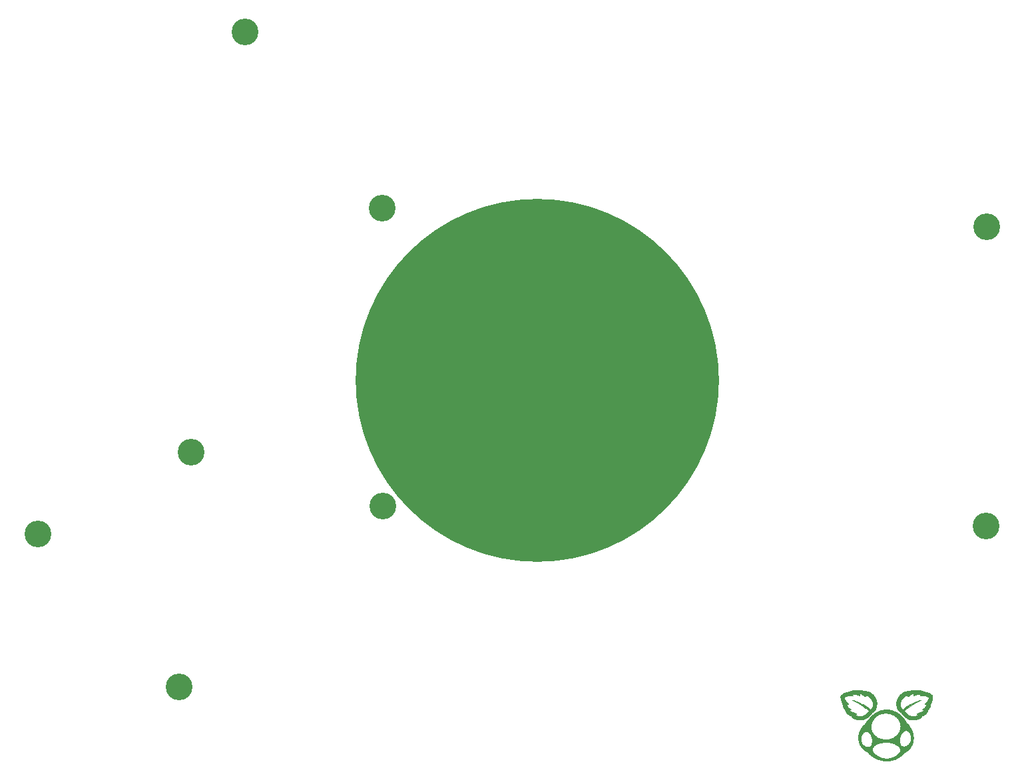
<source format=gbr>
%TF.GenerationSoftware,KiCad,Pcbnew,7.0.5-0*%
%TF.CreationDate,2024-02-11T16:35:11-08:00*%
%TF.ProjectId,Sofle_Pico_Bottom_Plate,536f666c-655f-4506-9963-6f5f426f7474,3.5.5*%
%TF.SameCoordinates,Original*%
%TF.FileFunction,Soldermask,Top*%
%TF.FilePolarity,Negative*%
%FSLAX46Y46*%
G04 Gerber Fmt 4.6, Leading zero omitted, Abs format (unit mm)*
G04 Created by KiCad (PCBNEW 7.0.5-0) date 2024-02-11 16:35:11*
%MOMM*%
%LPD*%
G01*
G04 APERTURE LIST*
%ADD10C,0.022619*%
%ADD11C,3.400000*%
%ADD12C,46.200000*%
G04 APERTURE END LIST*
%TO.C,REF\u002A\u002A*%
D10*
X188157952Y-127363632D02*
X188197722Y-127365223D01*
X188237587Y-127367758D01*
X188277502Y-127371252D01*
X188317417Y-127375721D01*
X188357287Y-127381180D01*
X188397063Y-127387646D01*
X188436698Y-127395133D01*
X188476146Y-127403659D01*
X188515359Y-127413238D01*
X188554289Y-127423886D01*
X188592889Y-127435619D01*
X188631113Y-127448453D01*
X188668912Y-127462403D01*
X188706240Y-127477486D01*
X188787192Y-127474029D01*
X188868850Y-127476362D01*
X188950925Y-127484356D01*
X189033127Y-127497884D01*
X189115166Y-127516816D01*
X189196750Y-127541024D01*
X189277591Y-127570379D01*
X189357398Y-127604753D01*
X189435881Y-127644017D01*
X189512749Y-127688042D01*
X189587713Y-127736700D01*
X189660483Y-127789863D01*
X189730767Y-127847401D01*
X189798277Y-127909187D01*
X189862721Y-127975091D01*
X189923810Y-128044985D01*
X189981254Y-128118741D01*
X190034762Y-128196229D01*
X190084045Y-128277321D01*
X190128811Y-128361889D01*
X190168772Y-128449804D01*
X190203636Y-128540938D01*
X190233114Y-128635161D01*
X190256915Y-128732346D01*
X190274750Y-128832364D01*
X190286328Y-128935085D01*
X190291358Y-129040382D01*
X190289552Y-129148126D01*
X190280618Y-129258188D01*
X190264267Y-129370440D01*
X190240208Y-129484754D01*
X190208151Y-129601000D01*
X190190078Y-129646749D01*
X190169813Y-129691461D01*
X190147442Y-129735087D01*
X190123048Y-129777577D01*
X190096715Y-129818883D01*
X190068529Y-129858955D01*
X190038572Y-129897745D01*
X190006929Y-129935203D01*
X189973685Y-129971281D01*
X189938924Y-130005930D01*
X189902730Y-130039101D01*
X189865186Y-130070744D01*
X189826378Y-130100812D01*
X189786389Y-130129254D01*
X189745304Y-130156022D01*
X189703208Y-130181067D01*
X189654371Y-130255262D01*
X189604537Y-130326657D01*
X189553454Y-130395327D01*
X189500866Y-130461345D01*
X189446519Y-130524785D01*
X189390159Y-130585722D01*
X189331532Y-130644230D01*
X189270383Y-130700383D01*
X189206460Y-130754255D01*
X189139506Y-130805920D01*
X189069268Y-130855452D01*
X188995493Y-130902925D01*
X188917925Y-130948414D01*
X188836310Y-130991992D01*
X188750395Y-131033734D01*
X188659925Y-131073713D01*
X188582109Y-131094360D01*
X188492209Y-131110854D01*
X188392198Y-131122720D01*
X188284047Y-131129487D01*
X188169729Y-131130681D01*
X188051213Y-131125828D01*
X187930474Y-131114457D01*
X187809482Y-131096095D01*
X187690209Y-131070267D01*
X187574627Y-131036502D01*
X187518836Y-131016494D01*
X187464708Y-130994325D01*
X187412488Y-130969936D01*
X187362423Y-130943266D01*
X187314760Y-130914256D01*
X187269745Y-130882849D01*
X187227624Y-130848984D01*
X187188645Y-130812603D01*
X187153053Y-130773645D01*
X187121095Y-130732054D01*
X187093017Y-130687768D01*
X187069066Y-130640729D01*
X186993936Y-130612424D01*
X186947783Y-130593510D01*
X186897110Y-130570717D01*
X186842821Y-130543517D01*
X186785820Y-130511379D01*
X186727011Y-130473777D01*
X186667297Y-130430180D01*
X186607583Y-130380059D01*
X186548772Y-130322887D01*
X186519988Y-130291491D01*
X186491769Y-130258134D01*
X186464227Y-130222750D01*
X186437477Y-130185272D01*
X186411630Y-130145634D01*
X186386800Y-130103771D01*
X186363099Y-130059616D01*
X186340641Y-130013103D01*
X186319539Y-129964166D01*
X186299906Y-129912739D01*
X186281855Y-129858756D01*
X186265498Y-129802150D01*
X186228529Y-129766698D01*
X186193785Y-129728232D01*
X186161296Y-129687061D01*
X186131092Y-129643498D01*
X186103203Y-129597852D01*
X186077659Y-129550433D01*
X186054489Y-129501553D01*
X186033724Y-129451521D01*
X186015394Y-129400649D01*
X185999528Y-129349247D01*
X185986157Y-129297625D01*
X185975310Y-129246095D01*
X185967017Y-129194966D01*
X185961309Y-129144548D01*
X185958215Y-129095154D01*
X185957765Y-129047093D01*
X185937818Y-129019142D01*
X185918940Y-128989873D01*
X185901085Y-128959422D01*
X185884208Y-128927925D01*
X185868264Y-128895518D01*
X185853208Y-128862339D01*
X185838994Y-128828524D01*
X185825577Y-128794208D01*
X185800953Y-128724623D01*
X185778973Y-128654675D01*
X185759276Y-128585455D01*
X185741499Y-128518055D01*
X185733037Y-128479155D01*
X185725147Y-128440038D01*
X185718081Y-128400731D01*
X185712093Y-128361256D01*
X185707434Y-128321640D01*
X185705683Y-128301786D01*
X185704359Y-128281905D01*
X185703494Y-128262002D01*
X185703244Y-128248692D01*
X186167183Y-128248692D01*
X186172520Y-128310386D01*
X186182088Y-128369287D01*
X186195489Y-128425455D01*
X186212325Y-128478950D01*
X186232197Y-128529832D01*
X186254707Y-128578161D01*
X186279455Y-128623998D01*
X186306045Y-128667401D01*
X186334076Y-128708432D01*
X186363150Y-128747150D01*
X186422836Y-128817888D01*
X186481913Y-128880096D01*
X186537194Y-128934253D01*
X186585490Y-128980840D01*
X186623614Y-129020337D01*
X186637864Y-129037577D01*
X186648376Y-129053225D01*
X186654751Y-129067340D01*
X186656589Y-129079983D01*
X186653494Y-129091214D01*
X186645065Y-129101093D01*
X186630906Y-129109679D01*
X186610616Y-129117034D01*
X186583798Y-129123216D01*
X186550053Y-129128286D01*
X186460189Y-129135330D01*
X186468409Y-129189351D01*
X186481589Y-129240777D01*
X186499241Y-129289663D01*
X186520884Y-129336061D01*
X186546030Y-129380024D01*
X186574196Y-129421605D01*
X186604898Y-129460857D01*
X186637651Y-129497834D01*
X186671969Y-129532588D01*
X186707369Y-129565172D01*
X186779474Y-129624042D01*
X186850090Y-129674869D01*
X186915339Y-129718077D01*
X187014230Y-129783331D01*
X187029541Y-129795545D01*
X187040118Y-129806225D01*
X187045476Y-129815425D01*
X187045131Y-129823196D01*
X187038598Y-129829593D01*
X187025393Y-129834668D01*
X187005031Y-129838474D01*
X186977027Y-129841064D01*
X186896156Y-129842808D01*
X186778903Y-129840326D01*
X186798771Y-129878452D01*
X186823994Y-129914403D01*
X186854048Y-129948282D01*
X186888412Y-129980191D01*
X186926563Y-130010234D01*
X186967979Y-130038514D01*
X187012137Y-130065132D01*
X187058515Y-130090193D01*
X187155840Y-130136051D01*
X187255777Y-130176910D01*
X187446766Y-130246922D01*
X187529459Y-130277720D01*
X187598047Y-130306809D01*
X187625745Y-130320969D01*
X187648350Y-130335011D01*
X187665338Y-130349037D01*
X187676188Y-130363150D01*
X187680377Y-130377452D01*
X187677382Y-130392047D01*
X187666682Y-130407037D01*
X187647754Y-130422525D01*
X187620075Y-130438614D01*
X187583124Y-130455406D01*
X187536377Y-130473005D01*
X187479312Y-130491513D01*
X187566688Y-130537265D01*
X187660633Y-130579498D01*
X187760455Y-130616760D01*
X187865457Y-130647599D01*
X187974943Y-130670562D01*
X188088219Y-130684196D01*
X188146061Y-130687061D01*
X188204590Y-130687048D01*
X188263718Y-130683978D01*
X188323359Y-130677667D01*
X188383425Y-130667934D01*
X188443831Y-130654598D01*
X188504489Y-130637477D01*
X188565312Y-130616390D01*
X188626213Y-130591155D01*
X188687105Y-130561590D01*
X188747902Y-130527514D01*
X188808516Y-130488745D01*
X188868860Y-130445101D01*
X188928848Y-130396402D01*
X188988393Y-130342465D01*
X189047408Y-130283109D01*
X189105805Y-130218152D01*
X189163498Y-130147413D01*
X189220401Y-130070710D01*
X189276425Y-129987862D01*
X189208127Y-129915432D01*
X189132847Y-129841451D01*
X189050337Y-129765853D01*
X188960349Y-129688571D01*
X188862635Y-129609540D01*
X188756945Y-129528693D01*
X188520645Y-129361286D01*
X188249460Y-129185820D01*
X187941403Y-129001767D01*
X187594486Y-128808595D01*
X187206719Y-128605776D01*
X187364774Y-128659917D01*
X187520801Y-128716356D01*
X187674734Y-128775168D01*
X187826508Y-128836425D01*
X187976055Y-128900200D01*
X188123309Y-128966567D01*
X188268205Y-129035597D01*
X188410675Y-129107363D01*
X188550653Y-129181940D01*
X188688074Y-129259399D01*
X188822870Y-129339815D01*
X188954975Y-129423258D01*
X189084323Y-129509804D01*
X189210847Y-129599524D01*
X189334482Y-129692491D01*
X189455161Y-129788779D01*
X189519969Y-129750880D01*
X189578138Y-129708531D01*
X189629798Y-129662057D01*
X189675080Y-129611787D01*
X189714116Y-129558048D01*
X189747038Y-129501165D01*
X189773977Y-129441467D01*
X189795064Y-129379281D01*
X189810431Y-129314932D01*
X189820209Y-129248750D01*
X189824529Y-129181059D01*
X189823524Y-129112189D01*
X189817324Y-129042464D01*
X189806061Y-128972214D01*
X189789867Y-128901764D01*
X189768872Y-128831441D01*
X189743208Y-128761574D01*
X189713007Y-128692488D01*
X189678400Y-128624510D01*
X189639518Y-128557969D01*
X189596494Y-128493190D01*
X189549457Y-128430502D01*
X189498541Y-128370230D01*
X189443875Y-128312702D01*
X189385593Y-128258245D01*
X189323824Y-128207186D01*
X189258700Y-128159852D01*
X189190354Y-128116570D01*
X189118916Y-128077667D01*
X189044518Y-128043470D01*
X188967290Y-128014307D01*
X188887366Y-127990504D01*
X188891398Y-128034194D01*
X188892757Y-128071016D01*
X188891531Y-128101332D01*
X188887810Y-128125506D01*
X188881682Y-128143901D01*
X188873235Y-128156879D01*
X188862560Y-128164804D01*
X188849744Y-128168039D01*
X188834877Y-128166947D01*
X188818048Y-128161892D01*
X188799344Y-128153236D01*
X188778856Y-128141342D01*
X188732881Y-128109296D01*
X188680834Y-128068657D01*
X188561364Y-127973222D01*
X188495364Y-127924237D01*
X188426135Y-127878279D01*
X188390531Y-127857344D01*
X188354387Y-127838255D01*
X188317791Y-127821375D01*
X188280833Y-127807068D01*
X188243600Y-127795697D01*
X188206182Y-127787624D01*
X188168668Y-127783214D01*
X188131146Y-127782829D01*
X188121148Y-127783454D01*
X188111154Y-127784400D01*
X188101168Y-127785675D01*
X188091190Y-127787282D01*
X188081226Y-127789230D01*
X188071276Y-127791523D01*
X188061345Y-127794167D01*
X188051435Y-127797169D01*
X188086022Y-127881665D01*
X188096238Y-127914812D01*
X188101970Y-127942363D01*
X188103397Y-127964674D01*
X188100694Y-127982099D01*
X188094040Y-127994993D01*
X188083610Y-128003709D01*
X188069582Y-128008603D01*
X188052132Y-128010028D01*
X188031438Y-128008341D01*
X188007676Y-128003894D01*
X187951658Y-127988140D01*
X187885493Y-127965604D01*
X187728384Y-127911530D01*
X187640270Y-127885662D01*
X187547671Y-127864357D01*
X187500131Y-127856300D01*
X187452001Y-127850448D01*
X187403458Y-127847154D01*
X187354677Y-127846773D01*
X187305837Y-127849659D01*
X187257114Y-127856167D01*
X187208685Y-127866651D01*
X187160727Y-127881466D01*
X187223258Y-127953110D01*
X187260898Y-128004471D01*
X187270938Y-128023469D01*
X187275420Y-128038505D01*
X187274566Y-128049947D01*
X187268598Y-128058165D01*
X187257736Y-128063530D01*
X187242203Y-128066409D01*
X187198009Y-128066189D01*
X187063317Y-128052184D01*
X186976365Y-128044309D01*
X186878705Y-128039791D01*
X186772111Y-128041586D01*
X186658356Y-128052650D01*
X186599347Y-128062581D01*
X186539213Y-128075938D01*
X186478175Y-128093089D01*
X186416454Y-128114404D01*
X186354273Y-128140252D01*
X186291853Y-128171003D01*
X186229416Y-128207027D01*
X186167183Y-128248692D01*
X185703244Y-128248692D01*
X185703119Y-128242078D01*
X185703267Y-128222138D01*
X185703969Y-128202183D01*
X185705092Y-128181879D01*
X185707283Y-128161690D01*
X185710523Y-128141661D01*
X185714792Y-128121840D01*
X185720070Y-128102275D01*
X185726339Y-128083012D01*
X185733577Y-128064099D01*
X185741767Y-128045582D01*
X185750887Y-128027509D01*
X185760920Y-128009927D01*
X185771844Y-127992883D01*
X185783642Y-127976424D01*
X185796292Y-127960597D01*
X185809776Y-127945450D01*
X185824074Y-127931029D01*
X185839167Y-127917381D01*
X185882393Y-127883761D01*
X185926848Y-127851854D01*
X185972461Y-127821667D01*
X186019160Y-127793205D01*
X186066875Y-127766476D01*
X186115533Y-127741485D01*
X186165064Y-127718239D01*
X186215396Y-127696745D01*
X186266458Y-127677008D01*
X186318179Y-127659034D01*
X186370487Y-127642831D01*
X186423311Y-127628405D01*
X186476580Y-127615761D01*
X186530223Y-127604907D01*
X186584167Y-127595847D01*
X186638343Y-127588590D01*
X186659976Y-127574746D01*
X186682055Y-127562139D01*
X186704562Y-127550632D01*
X186727477Y-127540087D01*
X186750781Y-127530365D01*
X186774453Y-127521329D01*
X186822825Y-127504759D01*
X186923132Y-127473769D01*
X186974753Y-127457138D01*
X187000862Y-127448055D01*
X187027144Y-127438276D01*
X187065704Y-127426824D01*
X187106040Y-127416543D01*
X187147904Y-127407459D01*
X187191051Y-127399595D01*
X187235235Y-127392973D01*
X187280210Y-127387618D01*
X187325728Y-127383553D01*
X187371546Y-127380801D01*
X187417415Y-127379386D01*
X187463090Y-127379331D01*
X187508325Y-127380660D01*
X187552874Y-127383397D01*
X187596491Y-127387564D01*
X187638929Y-127393186D01*
X187679942Y-127400285D01*
X187719285Y-127408885D01*
X187761608Y-127399139D01*
X187804845Y-127390492D01*
X187848915Y-127382971D01*
X187893735Y-127376603D01*
X187939224Y-127371417D01*
X187985300Y-127367438D01*
X188031882Y-127364696D01*
X188078888Y-127363216D01*
X188118325Y-127362968D01*
X188157952Y-127363632D01*
G36*
X188157952Y-127363632D02*
G01*
X188197722Y-127365223D01*
X188237587Y-127367758D01*
X188277502Y-127371252D01*
X188317417Y-127375721D01*
X188357287Y-127381180D01*
X188397063Y-127387646D01*
X188436698Y-127395133D01*
X188476146Y-127403659D01*
X188515359Y-127413238D01*
X188554289Y-127423886D01*
X188592889Y-127435619D01*
X188631113Y-127448453D01*
X188668912Y-127462403D01*
X188706240Y-127477486D01*
X188787192Y-127474029D01*
X188868850Y-127476362D01*
X188950925Y-127484356D01*
X189033127Y-127497884D01*
X189115166Y-127516816D01*
X189196750Y-127541024D01*
X189277591Y-127570379D01*
X189357398Y-127604753D01*
X189435881Y-127644017D01*
X189512749Y-127688042D01*
X189587713Y-127736700D01*
X189660483Y-127789863D01*
X189730767Y-127847401D01*
X189798277Y-127909187D01*
X189862721Y-127975091D01*
X189923810Y-128044985D01*
X189981254Y-128118741D01*
X190034762Y-128196229D01*
X190084045Y-128277321D01*
X190128811Y-128361889D01*
X190168772Y-128449804D01*
X190203636Y-128540938D01*
X190233114Y-128635161D01*
X190256915Y-128732346D01*
X190274750Y-128832364D01*
X190286328Y-128935085D01*
X190291358Y-129040382D01*
X190289552Y-129148126D01*
X190280618Y-129258188D01*
X190264267Y-129370440D01*
X190240208Y-129484754D01*
X190208151Y-129601000D01*
X190190078Y-129646749D01*
X190169813Y-129691461D01*
X190147442Y-129735087D01*
X190123048Y-129777577D01*
X190096715Y-129818883D01*
X190068529Y-129858955D01*
X190038572Y-129897745D01*
X190006929Y-129935203D01*
X189973685Y-129971281D01*
X189938924Y-130005930D01*
X189902730Y-130039101D01*
X189865186Y-130070744D01*
X189826378Y-130100812D01*
X189786389Y-130129254D01*
X189745304Y-130156022D01*
X189703208Y-130181067D01*
X189654371Y-130255262D01*
X189604537Y-130326657D01*
X189553454Y-130395327D01*
X189500866Y-130461345D01*
X189446519Y-130524785D01*
X189390159Y-130585722D01*
X189331532Y-130644230D01*
X189270383Y-130700383D01*
X189206460Y-130754255D01*
X189139506Y-130805920D01*
X189069268Y-130855452D01*
X188995493Y-130902925D01*
X188917925Y-130948414D01*
X188836310Y-130991992D01*
X188750395Y-131033734D01*
X188659925Y-131073713D01*
X188582109Y-131094360D01*
X188492209Y-131110854D01*
X188392198Y-131122720D01*
X188284047Y-131129487D01*
X188169729Y-131130681D01*
X188051213Y-131125828D01*
X187930474Y-131114457D01*
X187809482Y-131096095D01*
X187690209Y-131070267D01*
X187574627Y-131036502D01*
X187518836Y-131016494D01*
X187464708Y-130994325D01*
X187412488Y-130969936D01*
X187362423Y-130943266D01*
X187314760Y-130914256D01*
X187269745Y-130882849D01*
X187227624Y-130848984D01*
X187188645Y-130812603D01*
X187153053Y-130773645D01*
X187121095Y-130732054D01*
X187093017Y-130687768D01*
X187069066Y-130640729D01*
X186993936Y-130612424D01*
X186947783Y-130593510D01*
X186897110Y-130570717D01*
X186842821Y-130543517D01*
X186785820Y-130511379D01*
X186727011Y-130473777D01*
X186667297Y-130430180D01*
X186607583Y-130380059D01*
X186548772Y-130322887D01*
X186519988Y-130291491D01*
X186491769Y-130258134D01*
X186464227Y-130222750D01*
X186437477Y-130185272D01*
X186411630Y-130145634D01*
X186386800Y-130103771D01*
X186363099Y-130059616D01*
X186340641Y-130013103D01*
X186319539Y-129964166D01*
X186299906Y-129912739D01*
X186281855Y-129858756D01*
X186265498Y-129802150D01*
X186228529Y-129766698D01*
X186193785Y-129728232D01*
X186161296Y-129687061D01*
X186131092Y-129643498D01*
X186103203Y-129597852D01*
X186077659Y-129550433D01*
X186054489Y-129501553D01*
X186033724Y-129451521D01*
X186015394Y-129400649D01*
X185999528Y-129349247D01*
X185986157Y-129297625D01*
X185975310Y-129246095D01*
X185967017Y-129194966D01*
X185961309Y-129144548D01*
X185958215Y-129095154D01*
X185957765Y-129047093D01*
X185937818Y-129019142D01*
X185918940Y-128989873D01*
X185901085Y-128959422D01*
X185884208Y-128927925D01*
X185868264Y-128895518D01*
X185853208Y-128862339D01*
X185838994Y-128828524D01*
X185825577Y-128794208D01*
X185800953Y-128724623D01*
X185778973Y-128654675D01*
X185759276Y-128585455D01*
X185741499Y-128518055D01*
X185733037Y-128479155D01*
X185725147Y-128440038D01*
X185718081Y-128400731D01*
X185712093Y-128361256D01*
X185707434Y-128321640D01*
X185705683Y-128301786D01*
X185704359Y-128281905D01*
X185703494Y-128262002D01*
X185703244Y-128248692D01*
X186167183Y-128248692D01*
X186172520Y-128310386D01*
X186182088Y-128369287D01*
X186195489Y-128425455D01*
X186212325Y-128478950D01*
X186232197Y-128529832D01*
X186254707Y-128578161D01*
X186279455Y-128623998D01*
X186306045Y-128667401D01*
X186334076Y-128708432D01*
X186363150Y-128747150D01*
X186422836Y-128817888D01*
X186481913Y-128880096D01*
X186537194Y-128934253D01*
X186585490Y-128980840D01*
X186623614Y-129020337D01*
X186637864Y-129037577D01*
X186648376Y-129053225D01*
X186654751Y-129067340D01*
X186656589Y-129079983D01*
X186653494Y-129091214D01*
X186645065Y-129101093D01*
X186630906Y-129109679D01*
X186610616Y-129117034D01*
X186583798Y-129123216D01*
X186550053Y-129128286D01*
X186460189Y-129135330D01*
X186468409Y-129189351D01*
X186481589Y-129240777D01*
X186499241Y-129289663D01*
X186520884Y-129336061D01*
X186546030Y-129380024D01*
X186574196Y-129421605D01*
X186604898Y-129460857D01*
X186637651Y-129497834D01*
X186671969Y-129532588D01*
X186707369Y-129565172D01*
X186779474Y-129624042D01*
X186850090Y-129674869D01*
X186915339Y-129718077D01*
X187014230Y-129783331D01*
X187029541Y-129795545D01*
X187040118Y-129806225D01*
X187045476Y-129815425D01*
X187045131Y-129823196D01*
X187038598Y-129829593D01*
X187025393Y-129834668D01*
X187005031Y-129838474D01*
X186977027Y-129841064D01*
X186896156Y-129842808D01*
X186778903Y-129840326D01*
X186798771Y-129878452D01*
X186823994Y-129914403D01*
X186854048Y-129948282D01*
X186888412Y-129980191D01*
X186926563Y-130010234D01*
X186967979Y-130038514D01*
X187012137Y-130065132D01*
X187058515Y-130090193D01*
X187155840Y-130136051D01*
X187255777Y-130176910D01*
X187446766Y-130246922D01*
X187529459Y-130277720D01*
X187598047Y-130306809D01*
X187625745Y-130320969D01*
X187648350Y-130335011D01*
X187665338Y-130349037D01*
X187676188Y-130363150D01*
X187680377Y-130377452D01*
X187677382Y-130392047D01*
X187666682Y-130407037D01*
X187647754Y-130422525D01*
X187620075Y-130438614D01*
X187583124Y-130455406D01*
X187536377Y-130473005D01*
X187479312Y-130491513D01*
X187566688Y-130537265D01*
X187660633Y-130579498D01*
X187760455Y-130616760D01*
X187865457Y-130647599D01*
X187974943Y-130670562D01*
X188088219Y-130684196D01*
X188146061Y-130687061D01*
X188204590Y-130687048D01*
X188263718Y-130683978D01*
X188323359Y-130677667D01*
X188383425Y-130667934D01*
X188443831Y-130654598D01*
X188504489Y-130637477D01*
X188565312Y-130616390D01*
X188626213Y-130591155D01*
X188687105Y-130561590D01*
X188747902Y-130527514D01*
X188808516Y-130488745D01*
X188868860Y-130445101D01*
X188928848Y-130396402D01*
X188988393Y-130342465D01*
X189047408Y-130283109D01*
X189105805Y-130218152D01*
X189163498Y-130147413D01*
X189220401Y-130070710D01*
X189276425Y-129987862D01*
X189208127Y-129915432D01*
X189132847Y-129841451D01*
X189050337Y-129765853D01*
X188960349Y-129688571D01*
X188862635Y-129609540D01*
X188756945Y-129528693D01*
X188520645Y-129361286D01*
X188249460Y-129185820D01*
X187941403Y-129001767D01*
X187594486Y-128808595D01*
X187206719Y-128605776D01*
X187364774Y-128659917D01*
X187520801Y-128716356D01*
X187674734Y-128775168D01*
X187826508Y-128836425D01*
X187976055Y-128900200D01*
X188123309Y-128966567D01*
X188268205Y-129035597D01*
X188410675Y-129107363D01*
X188550653Y-129181940D01*
X188688074Y-129259399D01*
X188822870Y-129339815D01*
X188954975Y-129423258D01*
X189084323Y-129509804D01*
X189210847Y-129599524D01*
X189334482Y-129692491D01*
X189455161Y-129788779D01*
X189519969Y-129750880D01*
X189578138Y-129708531D01*
X189629798Y-129662057D01*
X189675080Y-129611787D01*
X189714116Y-129558048D01*
X189747038Y-129501165D01*
X189773977Y-129441467D01*
X189795064Y-129379281D01*
X189810431Y-129314932D01*
X189820209Y-129248750D01*
X189824529Y-129181059D01*
X189823524Y-129112189D01*
X189817324Y-129042464D01*
X189806061Y-128972214D01*
X189789867Y-128901764D01*
X189768872Y-128831441D01*
X189743208Y-128761574D01*
X189713007Y-128692488D01*
X189678400Y-128624510D01*
X189639518Y-128557969D01*
X189596494Y-128493190D01*
X189549457Y-128430502D01*
X189498541Y-128370230D01*
X189443875Y-128312702D01*
X189385593Y-128258245D01*
X189323824Y-128207186D01*
X189258700Y-128159852D01*
X189190354Y-128116570D01*
X189118916Y-128077667D01*
X189044518Y-128043470D01*
X188967290Y-128014307D01*
X188887366Y-127990504D01*
X188891398Y-128034194D01*
X188892757Y-128071016D01*
X188891531Y-128101332D01*
X188887810Y-128125506D01*
X188881682Y-128143901D01*
X188873235Y-128156879D01*
X188862560Y-128164804D01*
X188849744Y-128168039D01*
X188834877Y-128166947D01*
X188818048Y-128161892D01*
X188799344Y-128153236D01*
X188778856Y-128141342D01*
X188732881Y-128109296D01*
X188680834Y-128068657D01*
X188561364Y-127973222D01*
X188495364Y-127924237D01*
X188426135Y-127878279D01*
X188390531Y-127857344D01*
X188354387Y-127838255D01*
X188317791Y-127821375D01*
X188280833Y-127807068D01*
X188243600Y-127795697D01*
X188206182Y-127787624D01*
X188168668Y-127783214D01*
X188131146Y-127782829D01*
X188121148Y-127783454D01*
X188111154Y-127784400D01*
X188101168Y-127785675D01*
X188091190Y-127787282D01*
X188081226Y-127789230D01*
X188071276Y-127791523D01*
X188061345Y-127794167D01*
X188051435Y-127797169D01*
X188086022Y-127881665D01*
X188096238Y-127914812D01*
X188101970Y-127942363D01*
X188103397Y-127964674D01*
X188100694Y-127982099D01*
X188094040Y-127994993D01*
X188083610Y-128003709D01*
X188069582Y-128008603D01*
X188052132Y-128010028D01*
X188031438Y-128008341D01*
X188007676Y-128003894D01*
X187951658Y-127988140D01*
X187885493Y-127965604D01*
X187728384Y-127911530D01*
X187640270Y-127885662D01*
X187547671Y-127864357D01*
X187500131Y-127856300D01*
X187452001Y-127850448D01*
X187403458Y-127847154D01*
X187354677Y-127846773D01*
X187305837Y-127849659D01*
X187257114Y-127856167D01*
X187208685Y-127866651D01*
X187160727Y-127881466D01*
X187223258Y-127953110D01*
X187260898Y-128004471D01*
X187270938Y-128023469D01*
X187275420Y-128038505D01*
X187274566Y-128049947D01*
X187268598Y-128058165D01*
X187257736Y-128063530D01*
X187242203Y-128066409D01*
X187198009Y-128066189D01*
X187063317Y-128052184D01*
X186976365Y-128044309D01*
X186878705Y-128039791D01*
X186772111Y-128041586D01*
X186658356Y-128052650D01*
X186599347Y-128062581D01*
X186539213Y-128075938D01*
X186478175Y-128093089D01*
X186416454Y-128114404D01*
X186354273Y-128140252D01*
X186291853Y-128171003D01*
X186229416Y-128207027D01*
X186167183Y-128248692D01*
X185703244Y-128248692D01*
X185703119Y-128242078D01*
X185703267Y-128222138D01*
X185703969Y-128202183D01*
X185705092Y-128181879D01*
X185707283Y-128161690D01*
X185710523Y-128141661D01*
X185714792Y-128121840D01*
X185720070Y-128102275D01*
X185726339Y-128083012D01*
X185733577Y-128064099D01*
X185741767Y-128045582D01*
X185750887Y-128027509D01*
X185760920Y-128009927D01*
X185771844Y-127992883D01*
X185783642Y-127976424D01*
X185796292Y-127960597D01*
X185809776Y-127945450D01*
X185824074Y-127931029D01*
X185839167Y-127917381D01*
X185882393Y-127883761D01*
X185926848Y-127851854D01*
X185972461Y-127821667D01*
X186019160Y-127793205D01*
X186066875Y-127766476D01*
X186115533Y-127741485D01*
X186165064Y-127718239D01*
X186215396Y-127696745D01*
X186266458Y-127677008D01*
X186318179Y-127659034D01*
X186370487Y-127642831D01*
X186423311Y-127628405D01*
X186476580Y-127615761D01*
X186530223Y-127604907D01*
X186584167Y-127595847D01*
X186638343Y-127588590D01*
X186659976Y-127574746D01*
X186682055Y-127562139D01*
X186704562Y-127550632D01*
X186727477Y-127540087D01*
X186750781Y-127530365D01*
X186774453Y-127521329D01*
X186822825Y-127504759D01*
X186923132Y-127473769D01*
X186974753Y-127457138D01*
X187000862Y-127448055D01*
X187027144Y-127438276D01*
X187065704Y-127426824D01*
X187106040Y-127416543D01*
X187147904Y-127407459D01*
X187191051Y-127399595D01*
X187235235Y-127392973D01*
X187280210Y-127387618D01*
X187325728Y-127383553D01*
X187371546Y-127380801D01*
X187417415Y-127379386D01*
X187463090Y-127379331D01*
X187508325Y-127380660D01*
X187552874Y-127383397D01*
X187596491Y-127387564D01*
X187638929Y-127393186D01*
X187679942Y-127400285D01*
X187719285Y-127408885D01*
X187761608Y-127399139D01*
X187804845Y-127390492D01*
X187848915Y-127382971D01*
X187893735Y-127376603D01*
X187939224Y-127371417D01*
X187985300Y-127367438D01*
X188031882Y-127364696D01*
X188078888Y-127363216D01*
X188118325Y-127362968D01*
X188157952Y-127363632D01*
G37*
X195011113Y-127363216D02*
X195058119Y-127364696D01*
X195104701Y-127367438D01*
X195150778Y-127371417D01*
X195196267Y-127376603D01*
X195241087Y-127382971D01*
X195285156Y-127390492D01*
X195328393Y-127399139D01*
X195370716Y-127408885D01*
X195410059Y-127400285D01*
X195451072Y-127393186D01*
X195493510Y-127387564D01*
X195537127Y-127383397D01*
X195581676Y-127380660D01*
X195626911Y-127379331D01*
X195672586Y-127379386D01*
X195718456Y-127380801D01*
X195764273Y-127383553D01*
X195809792Y-127387618D01*
X195854766Y-127392973D01*
X195898950Y-127399595D01*
X195942097Y-127407459D01*
X195983962Y-127416543D01*
X196024297Y-127426824D01*
X196062858Y-127438276D01*
X196089139Y-127448055D01*
X196115248Y-127457138D01*
X196166869Y-127473769D01*
X196267176Y-127504759D01*
X196315548Y-127521329D01*
X196339220Y-127530365D01*
X196362524Y-127540087D01*
X196385439Y-127550632D01*
X196407946Y-127562139D01*
X196430026Y-127574746D01*
X196451658Y-127588590D01*
X196505834Y-127595847D01*
X196559779Y-127604907D01*
X196613421Y-127615761D01*
X196666690Y-127628405D01*
X196719514Y-127642831D01*
X196771822Y-127659034D01*
X196823543Y-127677008D01*
X196874605Y-127696745D01*
X196924937Y-127718239D01*
X196974468Y-127741485D01*
X197023126Y-127766476D01*
X197070841Y-127793205D01*
X197117540Y-127821667D01*
X197163153Y-127851854D01*
X197207608Y-127883761D01*
X197250834Y-127917381D01*
X197265926Y-127931029D01*
X197280225Y-127945450D01*
X197293709Y-127960597D01*
X197306359Y-127976424D01*
X197318157Y-127992883D01*
X197329081Y-128009927D01*
X197339114Y-128027509D01*
X197348234Y-128045582D01*
X197356424Y-128064099D01*
X197363662Y-128083012D01*
X197369931Y-128102275D01*
X197375209Y-128121840D01*
X197379478Y-128141661D01*
X197382718Y-128161690D01*
X197384909Y-128181879D01*
X197386032Y-128202183D01*
X197386734Y-128222138D01*
X197386882Y-128242078D01*
X197386507Y-128262002D01*
X197385642Y-128281905D01*
X197384318Y-128301786D01*
X197382567Y-128321640D01*
X197377908Y-128361256D01*
X197371920Y-128400731D01*
X197364854Y-128440038D01*
X197356964Y-128479155D01*
X197348502Y-128518055D01*
X197330725Y-128585455D01*
X197311028Y-128654675D01*
X197289048Y-128724623D01*
X197264424Y-128794208D01*
X197251007Y-128828524D01*
X197236793Y-128862339D01*
X197221737Y-128895518D01*
X197205793Y-128927925D01*
X197188916Y-128959422D01*
X197171062Y-128989873D01*
X197152183Y-129019142D01*
X197132237Y-129047093D01*
X197131787Y-129095154D01*
X197128692Y-129144548D01*
X197122984Y-129194966D01*
X197114691Y-129246095D01*
X197103845Y-129297625D01*
X197090473Y-129349247D01*
X197074607Y-129400649D01*
X197056277Y-129451521D01*
X197035512Y-129501553D01*
X197012342Y-129550433D01*
X196986798Y-129597852D01*
X196958909Y-129643498D01*
X196928705Y-129687061D01*
X196896216Y-129728232D01*
X196861472Y-129766698D01*
X196824503Y-129802150D01*
X196808146Y-129858756D01*
X196790095Y-129912739D01*
X196770461Y-129964166D01*
X196749359Y-130013103D01*
X196726902Y-130059616D01*
X196703201Y-130103771D01*
X196678371Y-130145634D01*
X196652524Y-130185272D01*
X196625774Y-130222750D01*
X196598232Y-130258134D01*
X196570013Y-130291491D01*
X196541229Y-130322887D01*
X196482418Y-130380059D01*
X196422704Y-130430180D01*
X196362990Y-130473777D01*
X196304181Y-130511379D01*
X196247180Y-130543517D01*
X196192891Y-130570717D01*
X196142219Y-130593510D01*
X196096066Y-130612424D01*
X196020935Y-130640729D01*
X195996984Y-130687768D01*
X195968907Y-130732054D01*
X195936948Y-130773645D01*
X195901356Y-130812602D01*
X195862377Y-130848984D01*
X195820256Y-130882849D01*
X195775241Y-130914256D01*
X195727578Y-130943265D01*
X195677513Y-130969935D01*
X195625293Y-130994325D01*
X195571165Y-131016494D01*
X195515374Y-131036501D01*
X195399792Y-131070267D01*
X195280519Y-131096095D01*
X195159527Y-131114457D01*
X195038788Y-131125828D01*
X194920273Y-131130681D01*
X194805954Y-131129487D01*
X194697803Y-131122720D01*
X194597792Y-131110854D01*
X194507892Y-131094360D01*
X194430076Y-131073713D01*
X194339606Y-131033734D01*
X194253691Y-130991992D01*
X194172076Y-130948414D01*
X194094508Y-130902925D01*
X194020733Y-130855452D01*
X193950495Y-130805920D01*
X193883541Y-130754255D01*
X193819617Y-130700383D01*
X193758469Y-130644230D01*
X193699842Y-130585722D01*
X193643482Y-130524785D01*
X193589135Y-130461345D01*
X193536547Y-130395327D01*
X193485463Y-130326657D01*
X193435630Y-130255262D01*
X193386793Y-130181067D01*
X193344696Y-130156022D01*
X193303611Y-130129254D01*
X193263623Y-130100812D01*
X193224815Y-130070744D01*
X193187271Y-130039101D01*
X193151077Y-130005930D01*
X193116315Y-129971281D01*
X193083071Y-129935203D01*
X193051429Y-129897745D01*
X193021472Y-129858955D01*
X192993286Y-129818883D01*
X192966953Y-129777577D01*
X192942559Y-129735087D01*
X192920188Y-129691461D01*
X192899923Y-129646749D01*
X192881850Y-129601000D01*
X192849793Y-129484754D01*
X192825734Y-129370440D01*
X192809383Y-129258188D01*
X192803122Y-129181059D01*
X193265471Y-129181059D01*
X193269791Y-129248750D01*
X193279569Y-129314932D01*
X193294936Y-129379281D01*
X193316023Y-129441467D01*
X193342962Y-129501165D01*
X193375884Y-129558048D01*
X193414920Y-129611787D01*
X193460203Y-129662057D01*
X193511862Y-129708531D01*
X193570031Y-129750880D01*
X193634840Y-129788779D01*
X193755518Y-129692491D01*
X193879153Y-129599524D01*
X194005677Y-129509804D01*
X194135025Y-129423258D01*
X194267130Y-129339815D01*
X194401926Y-129259399D01*
X194539346Y-129181940D01*
X194679325Y-129107363D01*
X194821795Y-129035597D01*
X194966690Y-128966567D01*
X195113945Y-128900200D01*
X195263492Y-128836425D01*
X195415266Y-128775168D01*
X195569199Y-128716356D01*
X195725226Y-128659917D01*
X195883281Y-128605776D01*
X195495514Y-128808595D01*
X195148597Y-129001767D01*
X194840540Y-129185820D01*
X194569356Y-129361286D01*
X194333055Y-129528693D01*
X194227365Y-129609540D01*
X194129651Y-129688571D01*
X194039663Y-129765853D01*
X193957153Y-129841451D01*
X193881873Y-129915432D01*
X193813575Y-129987862D01*
X193869599Y-130070710D01*
X193926502Y-130147413D01*
X193984195Y-130218152D01*
X194042592Y-130283109D01*
X194101607Y-130342465D01*
X194161152Y-130396402D01*
X194221140Y-130445101D01*
X194281485Y-130488745D01*
X194342099Y-130527514D01*
X194402895Y-130561590D01*
X194463788Y-130591155D01*
X194524689Y-130616390D01*
X194585512Y-130637477D01*
X194646169Y-130654598D01*
X194706575Y-130667934D01*
X194766642Y-130677667D01*
X194826283Y-130683978D01*
X194885411Y-130687048D01*
X194943939Y-130687061D01*
X195001781Y-130684196D01*
X195115057Y-130670562D01*
X195224544Y-130647599D01*
X195329545Y-130616760D01*
X195429367Y-130579498D01*
X195523312Y-130537265D01*
X195610687Y-130491513D01*
X195553623Y-130473005D01*
X195506876Y-130455406D01*
X195469924Y-130438614D01*
X195442246Y-130422525D01*
X195423317Y-130407037D01*
X195412617Y-130392047D01*
X195409623Y-130377452D01*
X195413812Y-130363150D01*
X195424662Y-130349037D01*
X195441650Y-130335011D01*
X195464254Y-130320969D01*
X195491952Y-130306809D01*
X195560540Y-130277720D01*
X195643234Y-130246922D01*
X195834223Y-130176910D01*
X195934159Y-130136051D01*
X196031485Y-130090193D01*
X196077863Y-130065132D01*
X196122021Y-130038514D01*
X196163437Y-130010234D01*
X196201588Y-129980191D01*
X196235952Y-129948282D01*
X196266006Y-129914403D01*
X196291229Y-129878452D01*
X196311097Y-129840326D01*
X196193844Y-129842808D01*
X196112973Y-129841064D01*
X196084969Y-129838474D01*
X196064607Y-129834668D01*
X196051402Y-129829593D01*
X196044869Y-129823196D01*
X196044524Y-129815425D01*
X196049882Y-129806225D01*
X196060459Y-129795545D01*
X196075770Y-129783331D01*
X196174661Y-129718077D01*
X196239910Y-129674869D01*
X196310526Y-129624042D01*
X196382631Y-129565172D01*
X196418031Y-129532588D01*
X196452350Y-129497834D01*
X196485102Y-129460857D01*
X196515804Y-129421605D01*
X196543970Y-129380024D01*
X196569117Y-129336061D01*
X196590759Y-129289663D01*
X196608411Y-129240777D01*
X196621591Y-129189351D01*
X196629811Y-129135330D01*
X196539947Y-129128286D01*
X196506202Y-129123216D01*
X196479384Y-129117034D01*
X196459094Y-129109679D01*
X196444934Y-129101093D01*
X196436506Y-129091214D01*
X196433410Y-129079983D01*
X196435249Y-129067340D01*
X196441624Y-129053225D01*
X196452136Y-129037577D01*
X196466386Y-129020337D01*
X196504510Y-128980840D01*
X196552806Y-128934253D01*
X196608087Y-128880096D01*
X196667164Y-128817888D01*
X196726850Y-128747150D01*
X196755924Y-128708432D01*
X196783956Y-128667401D01*
X196810545Y-128623998D01*
X196835293Y-128578161D01*
X196857803Y-128529832D01*
X196877675Y-128478950D01*
X196894511Y-128425455D01*
X196907912Y-128369287D01*
X196917481Y-128310386D01*
X196922817Y-128248692D01*
X196860584Y-128207027D01*
X196798147Y-128171003D01*
X196735727Y-128140252D01*
X196673546Y-128114404D01*
X196611826Y-128093089D01*
X196550788Y-128075938D01*
X196490653Y-128062581D01*
X196431644Y-128052650D01*
X196317889Y-128041586D01*
X196211295Y-128039791D01*
X196113636Y-128044309D01*
X196026683Y-128052184D01*
X195891991Y-128066189D01*
X195847797Y-128066409D01*
X195832264Y-128063530D01*
X195821403Y-128058165D01*
X195815434Y-128049947D01*
X195814580Y-128038505D01*
X195819062Y-128023469D01*
X195829102Y-128004471D01*
X195866742Y-127953110D01*
X195929273Y-127881466D01*
X195881315Y-127866651D01*
X195832886Y-127856167D01*
X195784163Y-127849659D01*
X195735323Y-127846773D01*
X195686542Y-127847154D01*
X195637999Y-127850448D01*
X195589869Y-127856300D01*
X195542329Y-127864357D01*
X195449730Y-127885662D01*
X195361617Y-127911530D01*
X195204507Y-127965604D01*
X195138342Y-127988140D01*
X195082324Y-128003894D01*
X195058562Y-128008341D01*
X195037868Y-128010028D01*
X195020419Y-128008603D01*
X195006390Y-128003709D01*
X194995960Y-127994993D01*
X194989306Y-127982099D01*
X194986603Y-127964674D01*
X194988030Y-127942363D01*
X194993762Y-127914812D01*
X195003977Y-127881665D01*
X195038565Y-127797169D01*
X195028655Y-127794167D01*
X195018724Y-127791523D01*
X195008774Y-127789230D01*
X194998810Y-127787282D01*
X194988832Y-127785675D01*
X194978846Y-127784400D01*
X194968852Y-127783454D01*
X194958854Y-127782829D01*
X194921332Y-127783214D01*
X194883818Y-127787624D01*
X194846400Y-127795697D01*
X194809167Y-127807068D01*
X194772209Y-127821375D01*
X194735613Y-127838255D01*
X194699469Y-127857344D01*
X194663866Y-127878279D01*
X194594636Y-127924237D01*
X194528636Y-127973222D01*
X194409167Y-128068657D01*
X194357119Y-128109296D01*
X194311144Y-128141342D01*
X194290656Y-128153236D01*
X194271953Y-128161892D01*
X194255123Y-128166947D01*
X194240256Y-128168039D01*
X194227440Y-128164804D01*
X194216765Y-128156879D01*
X194208319Y-128143901D01*
X194202190Y-128125506D01*
X194198469Y-128101332D01*
X194197243Y-128071016D01*
X194198602Y-128034194D01*
X194202634Y-127990504D01*
X194122709Y-128014307D01*
X194045482Y-128043470D01*
X193971084Y-128077667D01*
X193899646Y-128116570D01*
X193831299Y-128159852D01*
X193766176Y-128207186D01*
X193704407Y-128258245D01*
X193646124Y-128312702D01*
X193591459Y-128370230D01*
X193540542Y-128430502D01*
X193493506Y-128493190D01*
X193450481Y-128557969D01*
X193411600Y-128624510D01*
X193376993Y-128692488D01*
X193346792Y-128761574D01*
X193321128Y-128831441D01*
X193300133Y-128901764D01*
X193283939Y-128972214D01*
X193272676Y-129042464D01*
X193266476Y-129112189D01*
X193265471Y-129181059D01*
X192803122Y-129181059D01*
X192800449Y-129148126D01*
X192798642Y-129040382D01*
X192803673Y-128935085D01*
X192815251Y-128832364D01*
X192833086Y-128732346D01*
X192856887Y-128635161D01*
X192886365Y-128540938D01*
X192921229Y-128449804D01*
X192961189Y-128361889D01*
X193005956Y-128277321D01*
X193055238Y-128196229D01*
X193108747Y-128118741D01*
X193166190Y-128044985D01*
X193227280Y-127975091D01*
X193291724Y-127909187D01*
X193359234Y-127847402D01*
X193429518Y-127789863D01*
X193502288Y-127736700D01*
X193577252Y-127688042D01*
X193654120Y-127644017D01*
X193732603Y-127604753D01*
X193812410Y-127570379D01*
X193893251Y-127541024D01*
X193974835Y-127516816D01*
X194056874Y-127497884D01*
X194139076Y-127484356D01*
X194221151Y-127476362D01*
X194302810Y-127474029D01*
X194383761Y-127477486D01*
X194421089Y-127462403D01*
X194458888Y-127448453D01*
X194497112Y-127435619D01*
X194535712Y-127423886D01*
X194574642Y-127413238D01*
X194613855Y-127403659D01*
X194653302Y-127395133D01*
X194692938Y-127387646D01*
X194732714Y-127381180D01*
X194772584Y-127375721D01*
X194812499Y-127371252D01*
X194852414Y-127367758D01*
X194892280Y-127365223D01*
X194932050Y-127363632D01*
X194971677Y-127362968D01*
X195011113Y-127363216D01*
G36*
X195011113Y-127363216D02*
G01*
X195058119Y-127364696D01*
X195104701Y-127367438D01*
X195150778Y-127371417D01*
X195196267Y-127376603D01*
X195241087Y-127382971D01*
X195285156Y-127390492D01*
X195328393Y-127399139D01*
X195370716Y-127408885D01*
X195410059Y-127400285D01*
X195451072Y-127393186D01*
X195493510Y-127387564D01*
X195537127Y-127383397D01*
X195581676Y-127380660D01*
X195626911Y-127379331D01*
X195672586Y-127379386D01*
X195718456Y-127380801D01*
X195764273Y-127383553D01*
X195809792Y-127387618D01*
X195854766Y-127392973D01*
X195898950Y-127399595D01*
X195942097Y-127407459D01*
X195983962Y-127416543D01*
X196024297Y-127426824D01*
X196062858Y-127438276D01*
X196089139Y-127448055D01*
X196115248Y-127457138D01*
X196166869Y-127473769D01*
X196267176Y-127504759D01*
X196315548Y-127521329D01*
X196339220Y-127530365D01*
X196362524Y-127540087D01*
X196385439Y-127550632D01*
X196407946Y-127562139D01*
X196430026Y-127574746D01*
X196451658Y-127588590D01*
X196505834Y-127595847D01*
X196559779Y-127604907D01*
X196613421Y-127615761D01*
X196666690Y-127628405D01*
X196719514Y-127642831D01*
X196771822Y-127659034D01*
X196823543Y-127677008D01*
X196874605Y-127696745D01*
X196924937Y-127718239D01*
X196974468Y-127741485D01*
X197023126Y-127766476D01*
X197070841Y-127793205D01*
X197117540Y-127821667D01*
X197163153Y-127851854D01*
X197207608Y-127883761D01*
X197250834Y-127917381D01*
X197265926Y-127931029D01*
X197280225Y-127945450D01*
X197293709Y-127960597D01*
X197306359Y-127976424D01*
X197318157Y-127992883D01*
X197329081Y-128009927D01*
X197339114Y-128027509D01*
X197348234Y-128045582D01*
X197356424Y-128064099D01*
X197363662Y-128083012D01*
X197369931Y-128102275D01*
X197375209Y-128121840D01*
X197379478Y-128141661D01*
X197382718Y-128161690D01*
X197384909Y-128181879D01*
X197386032Y-128202183D01*
X197386734Y-128222138D01*
X197386882Y-128242078D01*
X197386507Y-128262002D01*
X197385642Y-128281905D01*
X197384318Y-128301786D01*
X197382567Y-128321640D01*
X197377908Y-128361256D01*
X197371920Y-128400731D01*
X197364854Y-128440038D01*
X197356964Y-128479155D01*
X197348502Y-128518055D01*
X197330725Y-128585455D01*
X197311028Y-128654675D01*
X197289048Y-128724623D01*
X197264424Y-128794208D01*
X197251007Y-128828524D01*
X197236793Y-128862339D01*
X197221737Y-128895518D01*
X197205793Y-128927925D01*
X197188916Y-128959422D01*
X197171062Y-128989873D01*
X197152183Y-129019142D01*
X197132237Y-129047093D01*
X197131787Y-129095154D01*
X197128692Y-129144548D01*
X197122984Y-129194966D01*
X197114691Y-129246095D01*
X197103845Y-129297625D01*
X197090473Y-129349247D01*
X197074607Y-129400649D01*
X197056277Y-129451521D01*
X197035512Y-129501553D01*
X197012342Y-129550433D01*
X196986798Y-129597852D01*
X196958909Y-129643498D01*
X196928705Y-129687061D01*
X196896216Y-129728232D01*
X196861472Y-129766698D01*
X196824503Y-129802150D01*
X196808146Y-129858756D01*
X196790095Y-129912739D01*
X196770461Y-129964166D01*
X196749359Y-130013103D01*
X196726902Y-130059616D01*
X196703201Y-130103771D01*
X196678371Y-130145634D01*
X196652524Y-130185272D01*
X196625774Y-130222750D01*
X196598232Y-130258134D01*
X196570013Y-130291491D01*
X196541229Y-130322887D01*
X196482418Y-130380059D01*
X196422704Y-130430180D01*
X196362990Y-130473777D01*
X196304181Y-130511379D01*
X196247180Y-130543517D01*
X196192891Y-130570717D01*
X196142219Y-130593510D01*
X196096066Y-130612424D01*
X196020935Y-130640729D01*
X195996984Y-130687768D01*
X195968907Y-130732054D01*
X195936948Y-130773645D01*
X195901356Y-130812602D01*
X195862377Y-130848984D01*
X195820256Y-130882849D01*
X195775241Y-130914256D01*
X195727578Y-130943265D01*
X195677513Y-130969935D01*
X195625293Y-130994325D01*
X195571165Y-131016494D01*
X195515374Y-131036501D01*
X195399792Y-131070267D01*
X195280519Y-131096095D01*
X195159527Y-131114457D01*
X195038788Y-131125828D01*
X194920273Y-131130681D01*
X194805954Y-131129487D01*
X194697803Y-131122720D01*
X194597792Y-131110854D01*
X194507892Y-131094360D01*
X194430076Y-131073713D01*
X194339606Y-131033734D01*
X194253691Y-130991992D01*
X194172076Y-130948414D01*
X194094508Y-130902925D01*
X194020733Y-130855452D01*
X193950495Y-130805920D01*
X193883541Y-130754255D01*
X193819617Y-130700383D01*
X193758469Y-130644230D01*
X193699842Y-130585722D01*
X193643482Y-130524785D01*
X193589135Y-130461345D01*
X193536547Y-130395327D01*
X193485463Y-130326657D01*
X193435630Y-130255262D01*
X193386793Y-130181067D01*
X193344696Y-130156022D01*
X193303611Y-130129254D01*
X193263623Y-130100812D01*
X193224815Y-130070744D01*
X193187271Y-130039101D01*
X193151077Y-130005930D01*
X193116315Y-129971281D01*
X193083071Y-129935203D01*
X193051429Y-129897745D01*
X193021472Y-129858955D01*
X192993286Y-129818883D01*
X192966953Y-129777577D01*
X192942559Y-129735087D01*
X192920188Y-129691461D01*
X192899923Y-129646749D01*
X192881850Y-129601000D01*
X192849793Y-129484754D01*
X192825734Y-129370440D01*
X192809383Y-129258188D01*
X192803122Y-129181059D01*
X193265471Y-129181059D01*
X193269791Y-129248750D01*
X193279569Y-129314932D01*
X193294936Y-129379281D01*
X193316023Y-129441467D01*
X193342962Y-129501165D01*
X193375884Y-129558048D01*
X193414920Y-129611787D01*
X193460203Y-129662057D01*
X193511862Y-129708531D01*
X193570031Y-129750880D01*
X193634840Y-129788779D01*
X193755518Y-129692491D01*
X193879153Y-129599524D01*
X194005677Y-129509804D01*
X194135025Y-129423258D01*
X194267130Y-129339815D01*
X194401926Y-129259399D01*
X194539346Y-129181940D01*
X194679325Y-129107363D01*
X194821795Y-129035597D01*
X194966690Y-128966567D01*
X195113945Y-128900200D01*
X195263492Y-128836425D01*
X195415266Y-128775168D01*
X195569199Y-128716356D01*
X195725226Y-128659917D01*
X195883281Y-128605776D01*
X195495514Y-128808595D01*
X195148597Y-129001767D01*
X194840540Y-129185820D01*
X194569356Y-129361286D01*
X194333055Y-129528693D01*
X194227365Y-129609540D01*
X194129651Y-129688571D01*
X194039663Y-129765853D01*
X193957153Y-129841451D01*
X193881873Y-129915432D01*
X193813575Y-129987862D01*
X193869599Y-130070710D01*
X193926502Y-130147413D01*
X193984195Y-130218152D01*
X194042592Y-130283109D01*
X194101607Y-130342465D01*
X194161152Y-130396402D01*
X194221140Y-130445101D01*
X194281485Y-130488745D01*
X194342099Y-130527514D01*
X194402895Y-130561590D01*
X194463788Y-130591155D01*
X194524689Y-130616390D01*
X194585512Y-130637477D01*
X194646169Y-130654598D01*
X194706575Y-130667934D01*
X194766642Y-130677667D01*
X194826283Y-130683978D01*
X194885411Y-130687048D01*
X194943939Y-130687061D01*
X195001781Y-130684196D01*
X195115057Y-130670562D01*
X195224544Y-130647599D01*
X195329545Y-130616760D01*
X195429367Y-130579498D01*
X195523312Y-130537265D01*
X195610687Y-130491513D01*
X195553623Y-130473005D01*
X195506876Y-130455406D01*
X195469924Y-130438614D01*
X195442246Y-130422525D01*
X195423317Y-130407037D01*
X195412617Y-130392047D01*
X195409623Y-130377452D01*
X195413812Y-130363150D01*
X195424662Y-130349037D01*
X195441650Y-130335011D01*
X195464254Y-130320969D01*
X195491952Y-130306809D01*
X195560540Y-130277720D01*
X195643234Y-130246922D01*
X195834223Y-130176910D01*
X195934159Y-130136051D01*
X196031485Y-130090193D01*
X196077863Y-130065132D01*
X196122021Y-130038514D01*
X196163437Y-130010234D01*
X196201588Y-129980191D01*
X196235952Y-129948282D01*
X196266006Y-129914403D01*
X196291229Y-129878452D01*
X196311097Y-129840326D01*
X196193844Y-129842808D01*
X196112973Y-129841064D01*
X196084969Y-129838474D01*
X196064607Y-129834668D01*
X196051402Y-129829593D01*
X196044869Y-129823196D01*
X196044524Y-129815425D01*
X196049882Y-129806225D01*
X196060459Y-129795545D01*
X196075770Y-129783331D01*
X196174661Y-129718077D01*
X196239910Y-129674869D01*
X196310526Y-129624042D01*
X196382631Y-129565172D01*
X196418031Y-129532588D01*
X196452350Y-129497834D01*
X196485102Y-129460857D01*
X196515804Y-129421605D01*
X196543970Y-129380024D01*
X196569117Y-129336061D01*
X196590759Y-129289663D01*
X196608411Y-129240777D01*
X196621591Y-129189351D01*
X196629811Y-129135330D01*
X196539947Y-129128286D01*
X196506202Y-129123216D01*
X196479384Y-129117034D01*
X196459094Y-129109679D01*
X196444934Y-129101093D01*
X196436506Y-129091214D01*
X196433410Y-129079983D01*
X196435249Y-129067340D01*
X196441624Y-129053225D01*
X196452136Y-129037577D01*
X196466386Y-129020337D01*
X196504510Y-128980840D01*
X196552806Y-128934253D01*
X196608087Y-128880096D01*
X196667164Y-128817888D01*
X196726850Y-128747150D01*
X196755924Y-128708432D01*
X196783956Y-128667401D01*
X196810545Y-128623998D01*
X196835293Y-128578161D01*
X196857803Y-128529832D01*
X196877675Y-128478950D01*
X196894511Y-128425455D01*
X196907912Y-128369287D01*
X196917481Y-128310386D01*
X196922817Y-128248692D01*
X196860584Y-128207027D01*
X196798147Y-128171003D01*
X196735727Y-128140252D01*
X196673546Y-128114404D01*
X196611826Y-128093089D01*
X196550788Y-128075938D01*
X196490653Y-128062581D01*
X196431644Y-128052650D01*
X196317889Y-128041586D01*
X196211295Y-128039791D01*
X196113636Y-128044309D01*
X196026683Y-128052184D01*
X195891991Y-128066189D01*
X195847797Y-128066409D01*
X195832264Y-128063530D01*
X195821403Y-128058165D01*
X195815434Y-128049947D01*
X195814580Y-128038505D01*
X195819062Y-128023469D01*
X195829102Y-128004471D01*
X195866742Y-127953110D01*
X195929273Y-127881466D01*
X195881315Y-127866651D01*
X195832886Y-127856167D01*
X195784163Y-127849659D01*
X195735323Y-127846773D01*
X195686542Y-127847154D01*
X195637999Y-127850448D01*
X195589869Y-127856300D01*
X195542329Y-127864357D01*
X195449730Y-127885662D01*
X195361617Y-127911530D01*
X195204507Y-127965604D01*
X195138342Y-127988140D01*
X195082324Y-128003894D01*
X195058562Y-128008341D01*
X195037868Y-128010028D01*
X195020419Y-128008603D01*
X195006390Y-128003709D01*
X194995960Y-127994993D01*
X194989306Y-127982099D01*
X194986603Y-127964674D01*
X194988030Y-127942363D01*
X194993762Y-127914812D01*
X195003977Y-127881665D01*
X195038565Y-127797169D01*
X195028655Y-127794167D01*
X195018724Y-127791523D01*
X195008774Y-127789230D01*
X194998810Y-127787282D01*
X194988832Y-127785675D01*
X194978846Y-127784400D01*
X194968852Y-127783454D01*
X194958854Y-127782829D01*
X194921332Y-127783214D01*
X194883818Y-127787624D01*
X194846400Y-127795697D01*
X194809167Y-127807068D01*
X194772209Y-127821375D01*
X194735613Y-127838255D01*
X194699469Y-127857344D01*
X194663866Y-127878279D01*
X194594636Y-127924237D01*
X194528636Y-127973222D01*
X194409167Y-128068657D01*
X194357119Y-128109296D01*
X194311144Y-128141342D01*
X194290656Y-128153236D01*
X194271953Y-128161892D01*
X194255123Y-128166947D01*
X194240256Y-128168039D01*
X194227440Y-128164804D01*
X194216765Y-128156879D01*
X194208319Y-128143901D01*
X194202190Y-128125506D01*
X194198469Y-128101332D01*
X194197243Y-128071016D01*
X194198602Y-128034194D01*
X194202634Y-127990504D01*
X194122709Y-128014307D01*
X194045482Y-128043470D01*
X193971084Y-128077667D01*
X193899646Y-128116570D01*
X193831299Y-128159852D01*
X193766176Y-128207186D01*
X193704407Y-128258245D01*
X193646124Y-128312702D01*
X193591459Y-128370230D01*
X193540542Y-128430502D01*
X193493506Y-128493190D01*
X193450481Y-128557969D01*
X193411600Y-128624510D01*
X193376993Y-128692488D01*
X193346792Y-128761574D01*
X193321128Y-128831441D01*
X193300133Y-128901764D01*
X193283939Y-128972214D01*
X193272676Y-129042464D01*
X193266476Y-129112189D01*
X193265471Y-129181059D01*
X192803122Y-129181059D01*
X192800449Y-129148126D01*
X192798642Y-129040382D01*
X192803673Y-128935085D01*
X192815251Y-128832364D01*
X192833086Y-128732346D01*
X192856887Y-128635161D01*
X192886365Y-128540938D01*
X192921229Y-128449804D01*
X192961189Y-128361889D01*
X193005956Y-128277321D01*
X193055238Y-128196229D01*
X193108747Y-128118741D01*
X193166190Y-128044985D01*
X193227280Y-127975091D01*
X193291724Y-127909187D01*
X193359234Y-127847402D01*
X193429518Y-127789863D01*
X193502288Y-127736700D01*
X193577252Y-127688042D01*
X193654120Y-127644017D01*
X193732603Y-127604753D01*
X193812410Y-127570379D01*
X193893251Y-127541024D01*
X193974835Y-127516816D01*
X194056874Y-127497884D01*
X194139076Y-127484356D01*
X194221151Y-127476362D01*
X194302810Y-127474029D01*
X194383761Y-127477486D01*
X194421089Y-127462403D01*
X194458888Y-127448453D01*
X194497112Y-127435619D01*
X194535712Y-127423886D01*
X194574642Y-127413238D01*
X194613855Y-127403659D01*
X194653302Y-127395133D01*
X194692938Y-127387646D01*
X194732714Y-127381180D01*
X194772584Y-127375721D01*
X194812499Y-127371252D01*
X194852414Y-127367758D01*
X194892280Y-127365223D01*
X194932050Y-127363632D01*
X194971677Y-127362968D01*
X195011113Y-127363216D01*
G37*
G36*
X191497644Y-129813707D02*
G01*
X191725033Y-129829699D01*
X191941063Y-129855821D01*
X192146394Y-129892433D01*
X192245253Y-129914785D01*
X192341686Y-129939896D01*
X192435773Y-129967809D01*
X192527599Y-129998570D01*
X192617245Y-130032224D01*
X192704795Y-130068816D01*
X192790330Y-130108392D01*
X192873933Y-130150995D01*
X192955687Y-130196673D01*
X193035674Y-130245468D01*
X193113978Y-130297428D01*
X193190679Y-130352596D01*
X193265862Y-130411018D01*
X193339608Y-130472739D01*
X193412000Y-130537804D01*
X193483121Y-130606258D01*
X193621880Y-130753513D01*
X193756544Y-130914867D01*
X193887773Y-131090678D01*
X194016230Y-131281308D01*
X194142572Y-131487119D01*
X194257463Y-131603167D01*
X194366280Y-131724661D01*
X194468546Y-131851405D01*
X194563780Y-131983201D01*
X194651505Y-132119854D01*
X194731239Y-132261169D01*
X194802505Y-132406949D01*
X194864823Y-132556997D01*
X194917714Y-132711119D01*
X194960698Y-132869118D01*
X194993297Y-133030798D01*
X195015031Y-133195963D01*
X195025421Y-133364417D01*
X195023988Y-133535964D01*
X195010252Y-133710409D01*
X194983735Y-133887554D01*
X194965639Y-133975108D01*
X194944542Y-134059377D01*
X194920633Y-134140417D01*
X194894098Y-134218285D01*
X194865126Y-134293037D01*
X194833903Y-134364728D01*
X194800617Y-134433416D01*
X194765457Y-134499157D01*
X194728608Y-134562005D01*
X194690260Y-134622019D01*
X194650598Y-134679253D01*
X194609811Y-134733765D01*
X194568087Y-134785610D01*
X194525612Y-134834845D01*
X194482575Y-134881525D01*
X194439162Y-134925708D01*
X194351962Y-135006804D01*
X194265510Y-135078582D01*
X194181307Y-135141491D01*
X194100853Y-135195983D01*
X194025649Y-135242506D01*
X193957194Y-135281509D01*
X193846531Y-135338757D01*
X193793929Y-135411839D01*
X193739245Y-135482001D01*
X193624014Y-135613713D01*
X193501604Y-135734200D01*
X193372779Y-135843768D01*
X193238305Y-135942722D01*
X193098944Y-136031370D01*
X192955463Y-136110018D01*
X192808626Y-136178970D01*
X192659197Y-136238535D01*
X192507942Y-136289018D01*
X192355624Y-136330725D01*
X192203010Y-136363963D01*
X192050863Y-136389037D01*
X191899948Y-136406254D01*
X191751029Y-136415921D01*
X191604872Y-136418342D01*
X191450782Y-136415022D01*
X191293604Y-136404569D01*
X191134162Y-136386670D01*
X190973279Y-136361012D01*
X190811777Y-136327279D01*
X190650479Y-136285160D01*
X190490208Y-136234340D01*
X190331786Y-136174505D01*
X190176035Y-136105341D01*
X190023779Y-136026536D01*
X189875840Y-135937775D01*
X189733041Y-135838744D01*
X189596204Y-135729131D01*
X189530278Y-135670257D01*
X189466152Y-135608620D01*
X189403928Y-135544180D01*
X189343708Y-135476899D01*
X189285596Y-135406737D01*
X189229694Y-135333654D01*
X189112088Y-135276403D01*
X189039336Y-135237396D01*
X188959411Y-135190870D01*
X188873908Y-135136373D01*
X188784420Y-135073458D01*
X188692541Y-135001674D01*
X188608273Y-134927929D01*
X189819129Y-134927929D01*
X189821923Y-134979777D01*
X189830165Y-135031686D01*
X189843644Y-135083541D01*
X189862150Y-135135229D01*
X189885472Y-135186636D01*
X189913399Y-135237648D01*
X189945719Y-135288152D01*
X189982224Y-135338033D01*
X190066939Y-135435472D01*
X190165860Y-135529055D01*
X190277299Y-135617870D01*
X190399572Y-135701008D01*
X190530990Y-135777557D01*
X190669870Y-135846607D01*
X190814524Y-135907246D01*
X190963267Y-135958564D01*
X191114413Y-135999650D01*
X191266275Y-136029593D01*
X191417167Y-136047483D01*
X191565404Y-136052409D01*
X191647458Y-136052302D01*
X191729187Y-136048379D01*
X191810443Y-136040814D01*
X191891075Y-136029781D01*
X191970934Y-136015457D01*
X192049872Y-135998016D01*
X192127737Y-135977634D01*
X192204381Y-135954484D01*
X192279654Y-135928742D01*
X192353406Y-135900584D01*
X192425488Y-135870184D01*
X192495750Y-135837716D01*
X192564043Y-135803357D01*
X192630217Y-135767282D01*
X192694122Y-135729664D01*
X192755609Y-135690680D01*
X192814529Y-135650504D01*
X192870731Y-135609311D01*
X192924066Y-135567276D01*
X192974385Y-135524575D01*
X193021539Y-135481381D01*
X193065376Y-135437872D01*
X193105749Y-135394220D01*
X193142506Y-135350602D01*
X193175500Y-135307191D01*
X193204579Y-135264165D01*
X193229596Y-135221696D01*
X193250399Y-135179961D01*
X193266840Y-135139134D01*
X193278768Y-135099391D01*
X193286035Y-135060905D01*
X193288490Y-135023854D01*
X193286757Y-134979811D01*
X193280982Y-134935796D01*
X193271230Y-134891898D01*
X193257568Y-134848203D01*
X193240061Y-134804799D01*
X193218777Y-134761772D01*
X193165137Y-134677200D01*
X193097175Y-134595186D01*
X193015421Y-134516426D01*
X192920402Y-134441620D01*
X192812647Y-134371464D01*
X192692683Y-134306657D01*
X192561038Y-134247897D01*
X192418242Y-134195880D01*
X192264821Y-134151305D01*
X192101304Y-134114870D01*
X191928218Y-134087272D01*
X191746093Y-134069209D01*
X191555457Y-134061380D01*
X191457371Y-134061913D01*
X191361585Y-134064717D01*
X191268153Y-134069734D01*
X191177127Y-134076910D01*
X191088560Y-134086189D01*
X191002504Y-134097515D01*
X190919012Y-134110832D01*
X190838137Y-134126085D01*
X190759931Y-134143218D01*
X190684447Y-134162174D01*
X190611738Y-134182899D01*
X190541856Y-134205337D01*
X190474855Y-134229432D01*
X190410786Y-134255128D01*
X190349703Y-134282369D01*
X190291658Y-134311100D01*
X190236704Y-134341265D01*
X190184894Y-134372809D01*
X190136280Y-134405675D01*
X190090915Y-134439807D01*
X190048851Y-134475151D01*
X190010142Y-134511651D01*
X189974840Y-134549250D01*
X189942997Y-134587892D01*
X189914667Y-134627523D01*
X189889902Y-134668087D01*
X189868755Y-134709527D01*
X189851278Y-134751789D01*
X189837524Y-134794815D01*
X189827546Y-134838551D01*
X189821397Y-134882941D01*
X189819129Y-134927929D01*
X188608273Y-134927929D01*
X188599866Y-134920572D01*
X188507990Y-134829703D01*
X188418505Y-134728618D01*
X188333007Y-134616866D01*
X188292251Y-134556850D01*
X188253090Y-134493999D01*
X188215722Y-134428256D01*
X188180347Y-134359566D01*
X188147165Y-134287873D01*
X188116374Y-134213120D01*
X188088174Y-134135251D01*
X188062764Y-134054209D01*
X188040344Y-133969940D01*
X188021112Y-133882386D01*
X188004977Y-133794000D01*
X187991697Y-133707247D01*
X187981249Y-133622085D01*
X187978029Y-133586835D01*
X188346617Y-133586835D01*
X188350929Y-133683668D01*
X188356473Y-133733358D01*
X188364439Y-133783833D01*
X188374949Y-133835045D01*
X188388124Y-133886944D01*
X188404087Y-133939484D01*
X188422959Y-133992615D01*
X188444864Y-134046290D01*
X188469923Y-134100460D01*
X188499996Y-134146011D01*
X188530860Y-134189157D01*
X188562450Y-134229928D01*
X188594698Y-134268355D01*
X188627536Y-134304468D01*
X188660899Y-134338297D01*
X188694718Y-134369873D01*
X188728927Y-134399224D01*
X188763459Y-134426383D01*
X188798246Y-134451379D01*
X188833222Y-134474241D01*
X188868320Y-134495001D01*
X188903472Y-134513689D01*
X188938611Y-134530334D01*
X188973671Y-134544968D01*
X189008584Y-134557619D01*
X189043283Y-134568319D01*
X189077702Y-134577097D01*
X189111773Y-134583985D01*
X189145429Y-134589011D01*
X189178603Y-134592206D01*
X189211228Y-134593601D01*
X189243237Y-134593226D01*
X189274563Y-134591110D01*
X189305139Y-134587284D01*
X189334898Y-134581779D01*
X189363772Y-134574624D01*
X189391696Y-134565850D01*
X189418601Y-134555486D01*
X189444420Y-134543564D01*
X189469087Y-134530113D01*
X189492535Y-134515163D01*
X189516137Y-134492486D01*
X189538488Y-134466155D01*
X189559560Y-134436373D01*
X189579326Y-134403346D01*
X189614828Y-134328365D01*
X189644777Y-134242844D01*
X189668954Y-134148410D01*
X189687139Y-134046693D01*
X189699115Y-133939324D01*
X189704663Y-133827931D01*
X189703996Y-133759008D01*
X193284165Y-133759008D01*
X193289713Y-133870401D01*
X193301688Y-133977771D01*
X193319874Y-134079487D01*
X193344051Y-134173921D01*
X193374000Y-134259443D01*
X193391071Y-134298352D01*
X193409503Y-134334423D01*
X193429268Y-134367451D01*
X193450340Y-134397232D01*
X193472691Y-134423563D01*
X193496294Y-134446240D01*
X193519742Y-134461190D01*
X193544409Y-134474641D01*
X193570228Y-134486563D01*
X193597133Y-134496927D01*
X193625056Y-134505701D01*
X193653931Y-134512856D01*
X193683690Y-134518361D01*
X193714266Y-134522187D01*
X193745592Y-134524303D01*
X193777601Y-134524678D01*
X193810226Y-134523283D01*
X193843400Y-134520088D01*
X193877056Y-134515062D01*
X193911127Y-134508174D01*
X193945545Y-134499396D01*
X193980245Y-134488696D01*
X194015158Y-134476044D01*
X194050218Y-134461411D01*
X194085357Y-134444766D01*
X194120509Y-134426078D01*
X194155607Y-134405318D01*
X194190583Y-134382455D01*
X194225370Y-134357460D01*
X194259902Y-134330301D01*
X194294111Y-134300949D01*
X194327930Y-134269374D01*
X194361292Y-134235545D01*
X194394131Y-134199432D01*
X194426379Y-134161005D01*
X194457968Y-134120233D01*
X194488833Y-134077087D01*
X194518906Y-134031537D01*
X194544159Y-133977208D01*
X194566620Y-133923068D01*
X194586372Y-133869180D01*
X194603495Y-133815606D01*
X194618071Y-133762411D01*
X194630183Y-133709657D01*
X194639912Y-133657409D01*
X194647340Y-133605729D01*
X194652550Y-133554681D01*
X194655622Y-133504328D01*
X194656639Y-133454734D01*
X194655682Y-133405962D01*
X194652834Y-133358075D01*
X194648176Y-133311137D01*
X194641790Y-133265211D01*
X194633758Y-133220361D01*
X194624162Y-133176649D01*
X194613083Y-133134140D01*
X194600605Y-133092896D01*
X194586807Y-133052982D01*
X194571773Y-133014459D01*
X194555584Y-132977393D01*
X194538321Y-132941846D01*
X194520068Y-132907881D01*
X194500905Y-132875562D01*
X194480915Y-132844952D01*
X194460179Y-132816116D01*
X194438779Y-132789115D01*
X194416798Y-132764013D01*
X194394316Y-132740875D01*
X194371416Y-132719762D01*
X194348180Y-132700739D01*
X194327731Y-132685325D01*
X194307285Y-132670541D01*
X194286828Y-132656437D01*
X194266346Y-132643061D01*
X194245825Y-132630464D01*
X194225250Y-132618695D01*
X194204609Y-132607804D01*
X194183887Y-132597841D01*
X194163069Y-132588854D01*
X194142143Y-132580894D01*
X194121093Y-132574010D01*
X194099907Y-132568251D01*
X194078569Y-132563668D01*
X194057067Y-132560310D01*
X194035385Y-132558226D01*
X194013511Y-132557466D01*
X194013512Y-132557467D01*
X193985081Y-132558516D01*
X193956279Y-132561942D01*
X193927076Y-132567851D01*
X193897441Y-132576347D01*
X193867347Y-132587537D01*
X193836762Y-132601526D01*
X193805658Y-132618419D01*
X193774004Y-132638322D01*
X193741772Y-132661340D01*
X193708931Y-132687579D01*
X193675453Y-132717144D01*
X193641307Y-132750141D01*
X193606465Y-132786675D01*
X193570895Y-132826852D01*
X193534570Y-132870777D01*
X193497459Y-132918556D01*
X193469545Y-132959787D01*
X193443704Y-133003475D01*
X193419907Y-133049416D01*
X193398128Y-133097407D01*
X193378338Y-133147244D01*
X193360511Y-133198722D01*
X193330635Y-133305790D01*
X193308281Y-133416983D01*
X193293231Y-133530669D01*
X193285265Y-133645221D01*
X193284165Y-133759008D01*
X189703996Y-133759008D01*
X189703563Y-133714144D01*
X189695597Y-133599592D01*
X189680547Y-133485906D01*
X189658193Y-133374713D01*
X189628317Y-133267645D01*
X189590701Y-133166330D01*
X189568921Y-133118339D01*
X189545125Y-133072398D01*
X189519284Y-133028710D01*
X189491371Y-132987479D01*
X189458070Y-132945131D01*
X189424881Y-132906434D01*
X189391832Y-132871271D01*
X189358952Y-132839520D01*
X189326272Y-132811064D01*
X189293820Y-132785782D01*
X189261627Y-132763557D01*
X189229721Y-132744268D01*
X189198132Y-132727796D01*
X189166890Y-132714022D01*
X189136024Y-132702827D01*
X189105563Y-132694091D01*
X189075537Y-132687696D01*
X189045976Y-132683522D01*
X189016909Y-132681450D01*
X188988365Y-132681361D01*
X188988367Y-132681360D01*
X188974301Y-132682022D01*
X188960376Y-132683134D01*
X188946597Y-132684682D01*
X188932967Y-132686652D01*
X188906169Y-132691794D01*
X188880012Y-132698440D01*
X188854525Y-132706472D01*
X188829739Y-132715770D01*
X188805682Y-132726214D01*
X188782385Y-132737685D01*
X188759876Y-132750064D01*
X188738186Y-132763230D01*
X188717344Y-132777065D01*
X188697380Y-132791449D01*
X188678323Y-132806262D01*
X188660202Y-132821386D01*
X188643048Y-132836700D01*
X188626890Y-132852086D01*
X188594491Y-132886768D01*
X188560546Y-132929032D01*
X188526031Y-132978491D01*
X188491923Y-133034759D01*
X188459199Y-133097449D01*
X188428836Y-133166176D01*
X188401811Y-133240553D01*
X188379099Y-133320194D01*
X188361679Y-133404712D01*
X188350526Y-133493721D01*
X188346617Y-133586835D01*
X187978029Y-133586835D01*
X187973611Y-133538474D01*
X187968757Y-133456372D01*
X187966666Y-133375738D01*
X187967313Y-133296532D01*
X187970676Y-133218713D01*
X187976730Y-133142239D01*
X187985453Y-133067070D01*
X187996821Y-132993165D01*
X188010811Y-132920483D01*
X188027398Y-132848983D01*
X188046561Y-132778624D01*
X188068275Y-132709365D01*
X188092517Y-132641165D01*
X188119264Y-132573984D01*
X188148492Y-132507779D01*
X188180177Y-132442512D01*
X188214297Y-132378139D01*
X188289748Y-132251918D01*
X188374655Y-132128787D01*
X188419918Y-132070935D01*
X189651574Y-132070935D01*
X189655968Y-132161517D01*
X189665873Y-132250191D01*
X189681126Y-132336875D01*
X189701566Y-132421485D01*
X189727031Y-132503938D01*
X189757359Y-132584151D01*
X189792388Y-132662041D01*
X189831956Y-132737525D01*
X189875902Y-132810520D01*
X189924063Y-132880942D01*
X189976278Y-132948709D01*
X190032384Y-133013738D01*
X190092220Y-133075944D01*
X190155625Y-133135246D01*
X190222435Y-133191561D01*
X190292489Y-133244804D01*
X190365625Y-133294893D01*
X190441682Y-133341745D01*
X190520497Y-133385277D01*
X190601909Y-133425405D01*
X190685756Y-133462048D01*
X190771875Y-133495120D01*
X190860105Y-133524540D01*
X190950284Y-133550224D01*
X191042251Y-133572090D01*
X191135842Y-133590053D01*
X191230897Y-133604032D01*
X191327254Y-133613942D01*
X191424750Y-133619701D01*
X191523223Y-133621226D01*
X191621288Y-133618062D01*
X191717601Y-133609923D01*
X191812071Y-133596981D01*
X191904605Y-133579407D01*
X191995109Y-133557369D01*
X192083491Y-133531040D01*
X192169658Y-133500590D01*
X192253518Y-133466189D01*
X192334976Y-133428008D01*
X192413941Y-133386217D01*
X192490320Y-133340988D01*
X192564019Y-133292490D01*
X192634946Y-133240895D01*
X192703009Y-133186373D01*
X192768113Y-133129094D01*
X192830166Y-133069229D01*
X192889076Y-133006949D01*
X192944750Y-132942424D01*
X192997094Y-132875825D01*
X193046016Y-132807323D01*
X193091423Y-132737087D01*
X193133222Y-132665290D01*
X193171321Y-132592100D01*
X193205626Y-132517690D01*
X193236044Y-132442229D01*
X193262483Y-132365888D01*
X193284850Y-132288837D01*
X193303052Y-132211248D01*
X193316995Y-132133290D01*
X193326588Y-132055135D01*
X193331738Y-131976953D01*
X193332351Y-131898915D01*
X193328319Y-131821357D01*
X193319678Y-131744579D01*
X193306551Y-131668691D01*
X193289059Y-131593804D01*
X193267325Y-131520030D01*
X193241472Y-131447481D01*
X193211621Y-131376266D01*
X193177895Y-131306497D01*
X193140416Y-131238286D01*
X193099307Y-131171744D01*
X193054690Y-131106982D01*
X193006687Y-131044112D01*
X192955420Y-130983243D01*
X192901013Y-130924489D01*
X192843586Y-130867959D01*
X192783263Y-130813766D01*
X192720166Y-130762020D01*
X192654418Y-130712832D01*
X192586139Y-130666315D01*
X192515454Y-130622578D01*
X192442484Y-130581734D01*
X192367351Y-130543893D01*
X192290178Y-130509167D01*
X192211087Y-130477667D01*
X192130201Y-130449504D01*
X192047642Y-130424789D01*
X191963532Y-130403634D01*
X191877993Y-130386150D01*
X191791148Y-130372448D01*
X191703119Y-130362639D01*
X191614028Y-130356835D01*
X191523999Y-130355146D01*
X191345237Y-130361903D01*
X191257614Y-130369738D01*
X191171286Y-130380542D01*
X191086348Y-130394314D01*
X191002893Y-130411054D01*
X190921014Y-130430760D01*
X190840806Y-130453432D01*
X190762361Y-130479068D01*
X190685774Y-130507667D01*
X190611136Y-130539227D01*
X190538544Y-130573749D01*
X190468088Y-130611231D01*
X190399864Y-130651672D01*
X190333965Y-130695071D01*
X190270483Y-130741426D01*
X190209514Y-130790738D01*
X190151150Y-130843004D01*
X190095484Y-130898223D01*
X190042611Y-130956396D01*
X189992623Y-131017519D01*
X189945615Y-131081594D01*
X189901679Y-131148617D01*
X189860910Y-131218589D01*
X189823401Y-131291509D01*
X189789245Y-131367374D01*
X189758535Y-131446185D01*
X189731367Y-131527940D01*
X189707832Y-131612638D01*
X189688024Y-131700279D01*
X189672037Y-131790860D01*
X189659965Y-131884381D01*
X189652852Y-131978528D01*
X189651574Y-132070935D01*
X188419918Y-132070935D01*
X188468831Y-132008419D01*
X188572091Y-131890487D01*
X188684245Y-131774664D01*
X188805108Y-131660622D01*
X188939027Y-131453034D01*
X189074463Y-131257362D01*
X189212073Y-131073686D01*
X189352513Y-130902086D01*
X189496440Y-130742641D01*
X189644512Y-130595431D01*
X189797384Y-130460535D01*
X189955713Y-130338032D01*
X190120157Y-130228002D01*
X190291373Y-130130524D01*
X190470016Y-130045678D01*
X190656745Y-129973543D01*
X190852215Y-129914199D01*
X191057084Y-129867726D01*
X191272007Y-129834201D01*
X191497644Y-129813706D01*
X191497644Y-129813707D01*
G37*
%TD*%
D11*
%TO.C,TH2*%
X103110000Y-97040000D03*
%TD*%
%TO.C,TH1*%
X83619033Y-107450000D03*
%TD*%
%TO.C,TH8*%
X101560000Y-126980000D03*
%TD*%
%TO.C,TH3*%
X127410000Y-65960000D03*
%TD*%
%TO.C,TH6*%
X204245000Y-106475000D03*
%TD*%
%TO.C,TH5*%
X127500000Y-103910000D03*
%TD*%
%TO.C,TH4*%
X204260000Y-68360000D03*
%TD*%
%TO.C,TH7*%
X109980000Y-43567432D03*
%TD*%
D12*
%TO.C,REF\u002A\u002A*%
X147120000Y-87895000D03*
%TD*%
M02*

</source>
